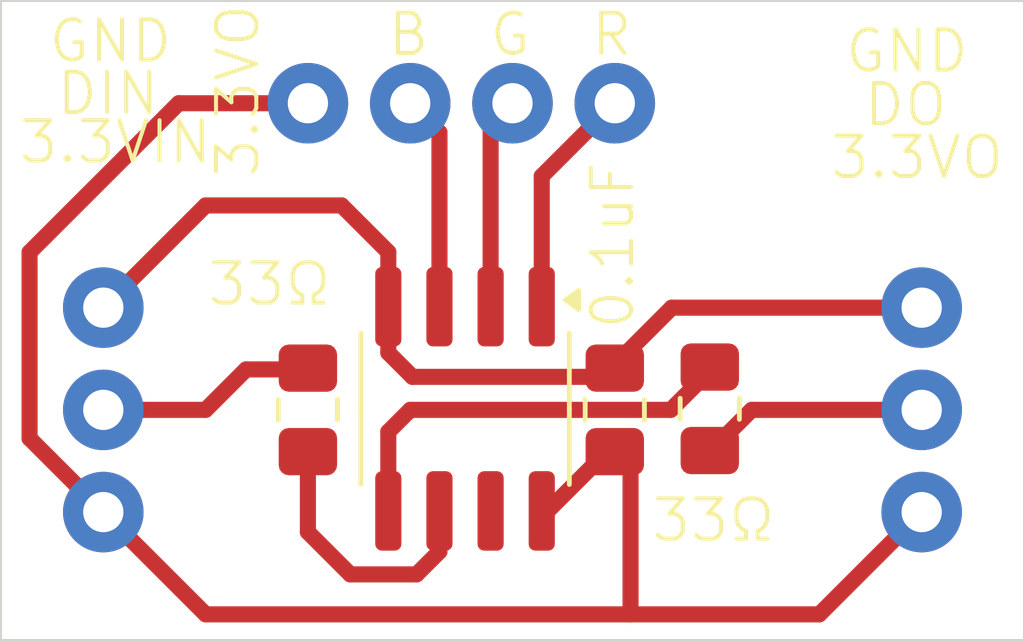
<source format=kicad_pcb>
(kicad_pcb (version 20240108) (generator "pcbnew") (generator_version "8.0")
  (layers (0 "F.Cu" signal) (31 "B.Cu" signal) (34 "B.Paste" user) (35 "F.Paste" user) (36 "B.SilkS" user "B.Silkscreen") (37 "F.SilkS" user "F.Silkscreen") (38 "B.Mask" user) (39 "F.Mask" user) (44 "Edge.Cuts" user))
  (net 0 "")
  (footprint "" (layer "F.Cu") (at 167.64 78.74)
    (property "Reference" "" (at 0 0 0) (layer "F.SilkS") (effects (font (size 1.27 1.27))))
    (property "Value" "")
    (pad "1" thru_hole circle (at 0 0) (size 2 2) (drill 1) (layers "*.Cu" "*.Mask"))
  )
  (footprint "through-holes:1 through hole" (layer "F.Cu") (at 154.94 83.82)
    (property "Reference" "REF**" (hide yes))
    (property "Value" "1 through hole" (hide yes))
    (pad "1" thru_hole circle (at 0 0) (size 2 2) (drill 1) (layers "*.Cu" "*.Mask"))
  )
  (footprint "" (layer "F.Cu") (at 160.02 78.74)
    (property "Reference" "" (at 0 0 0) (layer "F.SilkS") (effects (font (size 1.27 1.27))))
    (property "Value" "")
    (pad "1" thru_hole circle (at 0 0) (size 2 2) (drill 1) (layers "*.Cu" "*.Mask"))
  )
  (footprint "through-holes:1 through hole" (layer "F.Cu") (at 154.94 86.36)
    (property "Reference" "REF**" (hide yes))
    (property "Value" "1 through hole" (hide yes))
    (pad "1" thru_hole circle (at 0 0) (size 2 2) (drill 1) (layers "*.Cu" "*.Mask"))
  )
  (footprint "Capacitor_SMD:C_0805_2012Metric_Pad1.18x1.45mm_HandSolder" (layer "F.Cu") (at 160.02 86.36 90)
    (property "Reference" "REF**" (hide yes))
    (property "Value" "C_0805_2012Metric_Pad1.18x1.45mm_HandSolder" (hide yes))
    (fp_line (start -0.261252 -0.735) (end 0.261252 -0.735) (stroke (width 0.12)) (layer "F.SilkS"))
    (fp_line (start -0.261252 0.735) (end 0.261252 0.735) (stroke (width 0.12)) (layer "F.SilkS"))
    (pad "1" smd roundrect (at -1.0375 0 90) (size 1.175 1.45) (layers "F.Cu" "F.Paste" "F.Mask") (roundrect_rratio 0.212766))
    (pad "2" smd roundrect (at 1.0375 0 90) (size 1.175 1.45) (layers "F.Cu" "F.Paste" "F.Mask") (roundrect_rratio 0.212766))
  )
  (footprint "through-holes:1 through hole" (layer "F.Cu") (at 175.26 88.9)
    (property "Reference" "REF**" (hide yes))
    (property "Value" "1 through hole" (hide yes))
    (pad "1" thru_hole circle (at 0 0) (size 2 2) (drill 1) (layers "*.Cu" "*.Mask"))
  )
  (footprint "Package_SO:SOP-8_3.76x4.96mm_P1.27mm" (layer "F.Cu") (at 163.921604 86.333247 -90)
    (property "Reference" "REF**" (hide yes))
    (property "Value" "SOP-8_3.76x4.96mm_P1.27mm" (hide yes))
    (fp_line (start 0 2.59) (end -1.88 2.59) (stroke (width 0.12)) (layer "F.SilkS"))
    (fp_line (start 0 2.59) (end 1.88 2.59) (stroke (width 0.12)) (layer "F.SilkS"))
    (fp_line (start 0 -2.59) (end -1.88 -2.59) (stroke (width 0.12)) (layer "F.SilkS"))
    (fp_line (start 0 -2.59) (end 1.88 -2.59) (stroke (width 0.12)) (layer "F.SilkS"))
    (fp_poly (pts (xy -2.7025 -2.49) (xy -2.9425 -2.82) (xy -2.4625 -2.82) (xy -2.7025 -2.49)) (stroke (width 0.12)) (fill solid) (layer "F.SilkS"))
    (pad "1" smd roundrect (at -2.5375 -1.905 270) (size 1.975 0.65) (layers "F.Cu" "F.Paste" "F.Mask"))
    (pad "2" smd roundrect (at -2.5375 -0.635 270) (size 1.975 0.65) (layers "F.Cu" "F.Paste" "F.Mask"))
    (pad "3" smd roundrect (at -2.5375 0.635 270) (size 1.975 0.65) (layers "F.Cu" "F.Paste" "F.Mask"))
    (pad "4" smd roundrect (at -2.5375 1.905 270) (size 1.975 0.65) (layers "F.Cu" "F.Paste" "F.Mask"))
    (pad "5" smd roundrect (at 2.5375 1.905 270) (size 1.975 0.65) (layers "F.Cu" "F.Paste" "F.Mask"))
    (pad "6" smd roundrect (at 2.5375 0.635 270) (size 1.975 0.65) (layers "F.Cu" "F.Paste" "F.Mask"))
    (pad "7" smd roundrect (at 2.5375 -0.635 270) (size 1.975 0.65) (layers "F.Cu" "F.Paste" "F.Mask"))
    (pad "8" smd roundrect (at 2.5375 -1.905 270) (size 1.975 0.65) (layers "F.Cu" "F.Paste" "F.Mask"))
  )
  (footprint "Capacitor_SMD:C_0805_2012Metric_Pad1.18x1.45mm_HandSolder" (layer "F.Cu") (at 169.998553 86.333262 90)
    (property "Reference" "REF**" (hide yes))
    (property "Value" "C_0805_2012Metric_Pad1.18x1.45mm_HandSolder" (hide yes))
    (fp_line (start -0.261252 -0.735) (end 0.261252 -0.735) (stroke (width 0.12)) (layer "F.SilkS"))
    (fp_line (start -0.261252 0.735) (end 0.261252 0.735) (stroke (width 0.12)) (layer "F.SilkS"))
    (pad "1" smd roundrect (at -1.0375 0 90) (size 1.175 1.45) (layers "F.Cu" "F.Paste" "F.Mask") (roundrect_rratio 0.212766))
    (pad "2" smd roundrect (at 1.0375 0 90) (size 1.175 1.45) (layers "F.Cu" "F.Paste" "F.Mask") (roundrect_rratio 0.212766))
  )
  (footprint "through-holes:1 through hole" (layer "F.Cu") (at 154.94 88.9)
    (property "Reference" "REF**" (hide yes))
    (property "Value" "1 through hole" (hide yes))
    (pad "1" thru_hole circle (at 0 0) (size 2 2) (drill 1) (layers "*.Cu" "*.Mask"))
  )
  (footprint "through-holes:1 through hole" (layer "F.Cu") (at 175.26 83.82)
    (property "Reference" "REF**" (hide yes))
    (property "Value" "1 through hole" (hide yes))
    (pad "1" thru_hole circle (at 0 0) (size 2 2) (drill 1) (layers "*.Cu" "*.Mask"))
  )
  (footprint "" (layer "F.Cu") (at 162.56 78.74)
    (property "Reference" "" (at 0 0 0) (layer "F.SilkS") (effects (font (size 1.27 1.27))))
    (property "Value" "")
    (pad "1" thru_hole circle (at 0 0) (size 2 2) (drill 1) (layers "*.Cu" "*.Mask"))
  )
  (footprint "" (layer "F.Cu") (at 165.1 78.74)
    (property "Reference" "" (at 0 0 0) (layer "F.SilkS") (effects (font (size 1.27 1.27))))
    (property "Value" "")
    (pad "1" thru_hole circle (at 0 0) (size 2 2) (drill 1) (layers "*.Cu" "*.Mask"))
  )
  (footprint "Capacitor_SMD:C_0805_2012Metric_Pad1.18x1.45mm_HandSolder" (layer "F.Cu") (at 167.64 86.36 90)
    (property "Reference" "REF**" (hide yes))
    (property "Value" "C_0805_2012Metric_Pad1.18x1.45mm_HandSolder" (hide yes))
    (fp_line (start -0.261252 -0.735) (end 0.261252 -0.735) (stroke (width 0.12)) (layer "F.SilkS"))
    (fp_line (start -0.261252 0.735) (end 0.261252 0.735) (stroke (width 0.12)) (layer "F.SilkS"))
    (pad "1" smd roundrect (at -1.0375 0 90) (size 1.175 1.45) (layers "F.Cu" "F.Paste" "F.Mask") (roundrect_rratio 0.212766))
    (pad "2" smd roundrect (at 1.0375 0 90) (size 1.175 1.45) (layers "F.Cu" "F.Paste" "F.Mask") (roundrect_rratio 0.212766))
  )
  (footprint "through-holes:1 through hole" (layer "F.Cu") (at 175.26 86.36)
    (property "Reference" "REF**" (hide yes))
    (property "Value" "1 through hole" (hide yes))
    (pad "1" thru_hole circle (at 0 0) (size 2 2) (drill 1) (layers "*.Cu" "*.Mask"))
  )
  (gr_rect (start 152.4 76.2) (end 177.8 92.078277) (stroke (width 0.05)) (fill none) (layer "Edge.Cuts"))
  (gr_text "0.1uF" (at 168.169174 84.411895 90) (layer "F.SilkS") (effects (font (size 1 1) (thickness 0.1)) (justify left bottom)))
  (gr_text "DO" (at 173.773004 79.364731 0) (layer "F.SilkS") (effects (font (size 1 1) (thickness 0.1)) (justify left bottom)))
  (gr_text "3.3VIN" (at 152.79364 80.289951 0) (layer "F.SilkS") (effects (font (size 1 1) (thickness 0.1)) (justify left bottom)))
  (gr_text "3.3VO" (at 172.936914 80.674168 0) (layer "F.SilkS") (effects (font (size 1 1) (thickness 0.1)) (justify left bottom)))
  (gr_text "GND" (at 173.304794 78.032125 0) (layer "F.SilkS") (effects (font (size 1 1) (thickness 0.1)) (justify left bottom)))
  (gr_text "33Ω" (at 168.499909 89.687108 0) (layer "F.SilkS") (effects (font (size 1 1) (thickness 0.1)) (justify left bottom)))
  (gr_text "GND" (at 153.529399 77.781683 0) (layer "F.SilkS") (effects (font (size 1 1) (thickness 0.1)) (justify left bottom)))
  (gr_text "DIN" (at 153.730061 79.085983 0) (layer "F.SilkS") (effects (font (size 1 1) (thickness 0.1)) (justify left bottom)))
  (gr_text "33Ω" (at 157.48 83.82 0) (layer "F.SilkS") (effects (font (size 1 1) (thickness 0.1)) (justify left bottom)))
  (gr_text "B  G  R" (at 161.952366 77.617047 0) (layer "F.SilkS") (effects (font (size 1 1) (thickness 0.1)) (justify left bottom)))
  (gr_text "3.3VO" (at 158.866348 80.640248 90) (layer "F.SilkS") (effects (font (size 1 1) (thickness 0.1)) (justify left bottom)))
  (segment (start 163.286604 83.795747) (end 163.286604 79.466604) (width 0.4) (layer "F.Cu") (net 0))
  (segment (start 171.039092 86.36) (end 175.26 86.36) (width 0.4) (layer "F.Cu") (net 0))
  (segment (start 167.335372 85.539661) (end 169.055033 83.82) (width 0.4) (layer "F.Cu") (net 0))
  (segment (start 153.109233 87.069233) (end 153.109233 82.444139) (width 0.4) (layer "F.Cu") (net 0))
  (segment (start 162.016604 84.940113) (end 162.616152 85.539661) (width 0.4) (layer "F.Cu") (net 0))
  (segment (start 160.02 87.451224) (end 160.03311 87.438114) (width 0.4) (layer "F.Cu") (net 0))
  (segment (start 168.031123 91.440946) (end 168.031123 87.816102) (width 0.4) (layer "F.Cu") (net 0))
  (segment (start 167.663945 87.448924) (end 167.397824 87.448924) (width 0.4) (layer "F.Cu") (net 0))
  (segment (start 162.616152 85.539661) (end 167.335372 85.539661) (width 0.4) (layer "F.Cu") (net 0))
  (segment (start 161.071695 90.447757) (end 160.02 89.396062) (width 0.4) (layer "F.Cu") (net 0))
  (segment (start 163.286604 79.466604) (end 162.56 78.74) (width 0.4) (layer "F.Cu") (net 0))
  (segment (start 154.94 86.36) (end 157.48 86.36) (width 0.4) (layer "F.Cu") (net 0))
  (segment (start 160.02 89.396062) (end 160.02 87.451224) (width 0.4) (layer "F.Cu") (net 0))
  (segment (start 167.397824 87.448924) (end 165.95835 88.888398) (width 0.4) (layer "F.Cu") (net 0))
  (segment (start 164.556604 79.283396) (end 165.1 78.74) (width 0.4) (layer "F.Cu") (net 0))
  (segment (start 154.94 88.9) (end 153.109233 87.069233) (width 0.4) (layer "F.Cu") (net 0))
  (segment (start 162.016604 83.795747) (end 162.016604 84.940113) (width 0.4) (layer "F.Cu") (net 0))
  (segment (start 165.826604 80.553396) (end 167.64 78.74) (width 0.4) (layer "F.Cu") (net 0))
  (segment (start 162.016604 88.870747) (end 162.016604 86.903396) (width 0.4) (layer "F.Cu") (net 0))
  (segment (start 162.016604 82.438803) (end 162.016604 83.795747) (width 0.4) (layer "F.Cu") (net 0))
  (segment (start 154.94 83.82) (end 157.48 81.28) (width 0.4) (layer "F.Cu") (net 0))
  (segment (start 157.48 86.36) (end 158.485512 85.354488) (width 0.4) (layer "F.Cu") (net 0))
  (segment (start 169.055033 83.82) (end 175.26 83.82) (width 0.4) (layer "F.Cu") (net 0))
  (segment (start 156.813372 78.74) (end 160.02 78.74) (width 0.4) (layer "F.Cu") (net 0))
  (segment (start 162.56 86.36) (end 169.031087 86.36) (width 0.4) (layer "F.Cu") (net 0))
  (segment (start 164.556604 83.795747) (end 164.556604 79.283396) (width 0.4) (layer "F.Cu") (net 0))
  (segment (start 168.031123 91.440946) (end 172.719054 91.440946) (width 0.4) (layer "F.Cu") (net 0))
  (segment (start 168.031123 87.816102) (end 167.663945 87.448924) (width 0.4) (layer "F.Cu") (net 0))
  (segment (start 169.986457 87.412635) (end 171.039092 86.36) (width 0.4) (layer "F.Cu") (net 0))
  (segment (start 168.031123 91.440946) (end 157.480946 91.440946) (width 0.4) (layer "F.Cu") (net 0))
  (segment (start 172.719054 91.440946) (end 175.26 88.9) (width 0.4) (layer "F.Cu") (net 0))
  (segment (start 163.286604 88.870747) (end 163.286604 89.879905) (width 0.4) (layer "F.Cu") (net 0))
  (segment (start 162.016604 86.903396) (end 162.56 86.36) (width 0.4) (layer "F.Cu") (net 0))
  (segment (start 157.480946 91.440946) (end 154.94 88.9) (width 0.4) (layer "F.Cu") (net 0))
  (segment (start 163.286604 89.879905) (end 162.718752 90.447757) (width 0.4) (layer "F.Cu") (net 0))
  (segment (start 160.857801 81.28) (end 162.016604 82.438803) (width 0.4) (layer "F.Cu") (net 0))
  (segment (start 157.48 81.28) (end 160.857801 81.28) (width 0.4) (layer "F.Cu") (net 0))
  (segment (start 153.109233 82.444139) (end 156.813372 78.74) (width 0.4) (layer "F.Cu") (net 0))
  (segment (start 162.718752 90.447757) (end 161.071695 90.447757) (width 0.4) (layer "F.Cu") (net 0))
  (segment (start 169.031087 86.36) (end 170.022746 85.368341) (width 0.4) (layer "F.Cu") (net 0))
  (segment (start 165.826604 83.795747) (end 165.826604 80.553396) (width 0.4) (layer "F.Cu") (net 0))
  (segment (start 158.485512 85.354488) (end 160.000037 85.354488) (width 0.4) (layer "F.Cu") (net 0))
)
</source>
